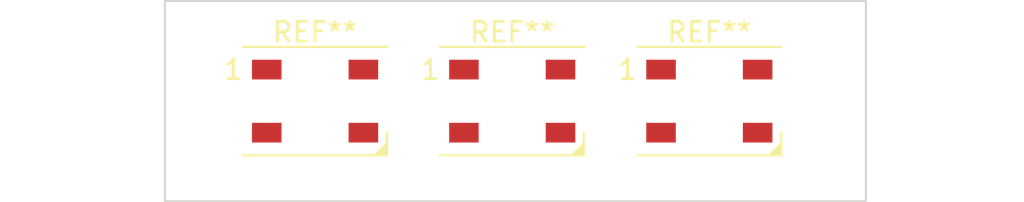
<source format=kicad_pcb>
(kicad_pcb (version 20201002) (generator pcbnew)

  (general
    (thickness 1.6)
  )

  (paper "A4")
  (layers
    (0 "F.Cu" signal)
    (31 "B.Cu" signal)
    (32 "B.Adhes" user "B.Adhesive")
    (33 "F.Adhes" user "F.Adhesive")
    (34 "B.Paste" user)
    (35 "F.Paste" user)
    (36 "B.SilkS" user "B.Silkscreen")
    (37 "F.SilkS" user "F.Silkscreen")
    (38 "B.Mask" user)
    (39 "F.Mask" user)
    (40 "Dwgs.User" user "User.Drawings")
    (41 "Cmts.User" user "User.Comments")
    (42 "Eco1.User" user "User.Eco1")
    (43 "Eco2.User" user "User.Eco2")
    (44 "Edge.Cuts" user)
    (45 "Margin" user)
    (46 "B.CrtYd" user "B.Courtyard")
    (47 "F.CrtYd" user "F.Courtyard")
    (48 "B.Fab" user)
    (49 "F.Fab" user)
    (50 "User.1" user)
    (51 "User.2" user)
    (52 "User.3" user)
    (53 "User.4" user)
    (54 "User.5" user)
    (55 "User.6" user)
    (56 "User.7" user)
    (57 "User.8" user)
    (58 "User.9" user)
  )

  (setup
    (pcbplotparams
      (layerselection 0x00010f0_ffffffff)
      (usegerberextensions false)
      (usegerberattributes false)
      (usegerberadvancedattributes false)
      (creategerberjobfile false)
      (svguseinch false)
      (svgprecision 6)
      (excludeedgelayer true)
      (linewidth 0.100000)
      (plotframeref false)
      (viasonmask false)
      (mode 1)
      (useauxorigin false)
      (hpglpennumber 1)
      (hpglpenspeed 20)
      (hpglpendiameter 15.000000)
      (psnegative false)
      (psa4output false)
      (plotreference false)
      (plotvalue true)
      (plotinvisibletext false)
      (sketchpadsonfab false)
      (subtractmaskfromsilk false)
      (outputformat 1)
      (mirror false)
      (drillshape 0)
      (scaleselection 1)
      (outputdirectory "gerbers/")
    )
  )


  (net 0 "")

  (module "BMEK:LED_WS2812B_PLCC4_5.0x5.0mm_P3.2mm" (layer "F.Cu") (tedit 5EE4D723) (tstamp 02bda587-1d4c-41d2-98a5-b043f0d88f52)
    (at 45.4 25.4)
    (descr "https://cdn-shop.adafruit.com/datasheets/WS2812B.pdf")
    (tags "LED RGB NeoPixel")
    (attr smd)
    (fp_text reference "REF**" (at 0 -3.5) (layer "F.SilkS")
      (effects (font (size 1 1) (thickness 0.15)))
      (tstamp 2bba9fd5-c4ee-4ea2-aa0a-53fda990f7c9)
    )
    (fp_text value "LED_WS2812B_PLCC4_5.0x5.0mm_P3.2mm" (at 0 4) (layer "F.Fab")
      (effects (font (size 1 1) (thickness 0.15)))
      (tstamp f1f0efed-5423-4cf4-8372-b759a013efdc)
    )
    (fp_text user "1" (at -4.15 -1.6) (layer "F.SilkS")
      (effects (font (size 1 1) (thickness 0.15)))
      (tstamp c46a03bb-3c4b-4f9f-bc0d-ded9a477860d)
    )
    (fp_text user "${REFERENCE}" (at 0 0) (layer "F.Fab")
      (effects (font (size 0.8 0.8) (thickness 0.15)))
      (tstamp 7d76f162-122e-456f-a84d-538b5e06366e)
    )
    (fp_line (start -3.65 -2.75) (end 3.65 -2.75) (layer "F.SilkS") (width 0.12) (tstamp 1d7ce2e5-3793-4d6b-9559-dfba9060bb41))
    (fp_line (start 3.65 2.75) (end 3.65 1.6) (layer "F.SilkS") (width 0.12) (tstamp a0b21132-d287-4634-89d1-3233028962dc))
    (fp_line (start -3.65 2.75) (end 3.65 2.75) (layer "F.SilkS") (width 0.12) (tstamp dd6386ea-f733-44cc-a066-3242040651d1))
    (fp_poly (pts (xy 3.6322 2.7432)
      (xy 3.0226 2.7432)
      (xy 3.6322 2.1336)) (layer "F.SilkS") (width 0.1) (tstamp f2bf7a46-5632-452e-ad79-3f6f454655d6))
    (fp_line (start 3.45 2.75) (end 3.45 -2.75) (layer "F.CrtYd") (width 0.05) (tstamp 0e621dcd-e305-4cb6-80c6-c2a537cbeaca))
    (fp_line (start -3.45 2.75) (end 3.45 2.75) (layer "F.CrtYd") (width 0.05) (tstamp 1f86489d-020e-4036-a047-57ac7ae94903))
    (fp_line (start 3.45 -2.75) (end -3.45 -2.75) (layer "F.CrtYd") (width 0.05) (tstamp 9619eb4b-1e55-49c9-b0e5-1683091ceac1))
    (fp_line (start -3.45 -2.75) (end -3.45 2.75) (layer "F.CrtYd") (width 0.05) (tstamp cd5067db-474e-4ec9-8151-b5e00020ac58))
    (fp_line (start 2.5 1.5) (end 1.5 2.5) (layer "F.Fab") (width 0.1) (tstamp 128808f7-7ee9-4935-a60a-3ce74072b505))
    (fp_line (start 2.5 -2.5) (end -2.5 -2.5) (layer "F.Fab") (width 0.1) (tstamp 810be7cc-3d33-459e-b9ab-910ea648c728))
    (fp_line (start -2.5 2.5) (end 2.5 2.5) (layer "F.Fab") (width 0.1) (tstamp aeff01df-1345-430d-917c-9ccf50df149a))
    (fp_line (start -2.5 -2.5) (end -2.5 2.5) (layer "F.Fab") (width 0.1) (tstamp cc15fb1c-01c0-4298-a686-336fb4ef4c24))
    (fp_line (start 2.5 2.5) (end 2.5 -2.5) (layer "F.Fab") (width 0.1) (tstamp d0ab93f2-7d7d-49f4-afe4-ebfd59f06c3f))
    (fp_circle (center 0 0) (end 0 -2) (layer "F.Fab") (width 0.1) (tstamp 442cc496-b19f-40dc-ae1b-8977a73f5730))
    (pad "1" smd rect (at -2.45 -1.6) (size 1.5 1) (layers "F.Cu" "F.Paste" "F.Mask") (tstamp bee5cb22-b44a-4422-90e5-cf9eb871450b))
    (pad "2" smd rect (at -2.45 1.6) (size 1.5 1) (layers "F.Cu" "F.Paste" "F.Mask") (tstamp 777d601f-a98e-45ec-a31c-924eee6a4e7b))
    (pad "3" smd rect (at 2.45 1.6) (size 1.5 1) (layers "F.Cu" "F.Paste" "F.Mask") (tstamp 26c61646-2776-4c08-a044-4459f87b9893))
    (pad "4" smd rect (at 2.45 -1.6) (size 1.5 1) (layers "F.Cu" "F.Paste" "F.Mask") (tstamp 56d4616d-e2dc-4547-8f7e-b23aa63ced45))
    (model "${KISYS3DMOD}/LED_SMD.3dshapes/LED_WS2812B_PLCC4_5.0x5.0mm_P3.2mm.wrl"
      (offset (xyz 0 0 0))
      (scale (xyz 1 1 1))
      (rotate (xyz 0 0 0))
    )
  )

  (module "BMEK:LED_WS2812B_PLCC4_5.0x5.0mm_P3.2mm" (layer "F.Cu") (tedit 5EE4D723) (tstamp 386f0d42-5bf3-40e5-8950-b5849dbd8fb0)
    (at 35.4 25.4)
    (descr "https://cdn-shop.adafruit.com/datasheets/WS2812B.pdf")
    (tags "LED RGB NeoPixel")
    (attr smd)
    (fp_text reference "REF**" (at 0 -3.5) (layer "F.SilkS")
      (effects (font (size 1 1) (thickness 0.15)))
      (tstamp 4beedac5-8b1a-420a-9f0c-e00eab45050e)
    )
    (fp_text value "LED_WS2812B_PLCC4_5.0x5.0mm_P3.2mm" (at 0 4) (layer "F.Fab")
      (effects (font (size 1 1) (thickness 0.15)))
      (tstamp 37cdf687-fb04-40df-afb3-5c1ce9068be0)
    )
    (fp_text user "1" (at -4.15 -1.6) (layer "F.SilkS")
      (effects (font (size 1 1) (thickness 0.15)))
      (tstamp c2a524d6-1f7b-4f95-84dc-8f29af4781ee)
    )
    (fp_text user "${REFERENCE}" (at 0 0) (layer "F.Fab")
      (effects (font (size 0.8 0.8) (thickness 0.15)))
      (tstamp 41b71bfe-0766-485f-8122-279a24ea0515)
    )
    (fp_line (start -3.65 2.75) (end 3.65 2.75) (layer "F.SilkS") (width 0.12) (tstamp 01c7bded-da6b-4191-9dfb-ee830f4f3f1f))
    (fp_line (start -3.65 -2.75) (end 3.65 -2.75) (layer "F.SilkS") (width 0.12) (tstamp c39ef8da-3390-4a26-ac4c-8eda79659908))
    (fp_line (start 3.65 2.75) (end 3.65 1.6) (layer "F.SilkS") (width 0.12) (tstamp d880f00c-7144-4ea2-8eac-d07ca5be6fad))
    (fp_poly (pts (xy 3.6322 2.7432)
      (xy 3.0226 2.7432)
      (xy 3.6322 2.1336)) (layer "F.SilkS") (width 0.1) (tstamp 0061df21-1d68-481d-8c45-b5264dfcf51e))
    (fp_line (start 3.45 2.75) (end 3.45 -2.75) (layer "F.CrtYd") (width 0.05) (tstamp 18e81fdc-e02b-48ac-bae6-f9d63099e64d))
    (fp_line (start -3.45 2.75) (end 3.45 2.75) (layer "F.CrtYd") (width 0.05) (tstamp 48821054-8cac-4379-8119-d5b826e92d99))
    (fp_line (start -3.45 -2.75) (end -3.45 2.75) (layer "F.CrtYd") (width 0.05) (tstamp 7969badb-ec1f-42bb-b86c-1a85dc940bc4))
    (fp_line (start 3.45 -2.75) (end -3.45 -2.75) (layer "F.CrtYd") (width 0.05) (tstamp 9a70f658-55e0-445f-b52a-6d3f0f81638f))
    (fp_line (start -2.5 2.5) (end 2.5 2.5) (layer "F.Fab") (width 0.1) (tstamp 18e32a51-72fc-42a5-bddf-d110bf25106a))
    (fp_line (start 2.5 -2.5) (end -2.5 -2.5) (layer "F.Fab") (width 0.1) (tstamp 6dbfa6cc-cd75-4d4b-93ea-1f4dce93d738))
    (fp_line (start -2.5 -2.5) (end -2.5 2.5) (layer "F.Fab") (width 0.1) (tstamp 8fbb7c55-2565-4021-ac9e-a3ccb0deb4ea))
    (fp_line (start 2.5 2.5) (end 2.5 -2.5) (layer "F.Fab") (width 0.1) (tstamp ef03b13c-2320-4844-8e42-3948dd32a778))
    (fp_line (start 2.5 1.5) (end 1.5 2.5) (layer "F.Fab") (width 0.1) (tstamp fc92a136-5006-4073-b20e-9df9ca7c8f42))
    (fp_circle (center 0 0) (end 0 -2) (layer "F.Fab") (width 0.1) (tstamp 8ec32454-a801-4996-8529-6ef5a42793c3))
    (pad "1" smd rect (at -2.45 -1.6) (size 1.5 1) (layers "F.Cu" "F.Paste" "F.Mask") (tstamp f3a84e10-86a8-4365-bde6-81f6609f2cad))
    (pad "2" smd rect (at -2.45 1.6) (size 1.5 1) (layers "F.Cu" "F.Paste" "F.Mask") (tstamp 17053de0-df4c-4580-8c1c-dda679be319a))
    (pad "3" smd rect (at 2.45 1.6) (size 1.5 1) (layers "F.Cu" "F.Paste" "F.Mask") (tstamp 9970f7fe-d4ef-4752-8463-98168c27223e))
    (pad "4" smd rect (at 2.45 -1.6) (size 1.5 1) (layers "F.Cu" "F.Paste" "F.Mask") (tstamp 7bec61fd-081d-4fe3-a6da-b8ce280aa29e))
    (model "${KISYS3DMOD}/LED_SMD.3dshapes/LED_WS2812B_PLCC4_5.0x5.0mm_P3.2mm.wrl"
      (offset (xyz 0 0 0))
      (scale (xyz 1 1 1))
      (rotate (xyz 0 0 0))
    )
  )

  (module "BMEK:LED_WS2812B_PLCC4_5.0x5.0mm_P3.2mm" (layer "F.Cu") (tedit 5EE4D723) (tstamp 8024fc74-cb84-4322-819e-49b5a9f8557e)
    (at 25.4 25.4)
    (descr "https://cdn-shop.adafruit.com/datasheets/WS2812B.pdf")
    (tags "LED RGB NeoPixel")
    (attr smd)
    (fp_text reference "REF**" (at 0 -3.5) (layer "F.SilkS")
      (effects (font (size 1 1) (thickness 0.15)))
      (tstamp ca1ec29f-82e9-4efb-a4f0-1ac9c9ec9ce6)
    )
    (fp_text value "LED_WS2812B_PLCC4_5.0x5.0mm_P3.2mm" (at 0 4) (layer "F.Fab")
      (effects (font (size 1 1) (thickness 0.15)))
      (tstamp 4ce397df-bf29-4339-b9ea-53002e36c1a0)
    )
    (fp_text user "1" (at -4.15 -1.6) (layer "F.SilkS")
      (effects (font (size 1 1) (thickness 0.15)))
      (tstamp da86b7df-44da-4883-956b-79997e317487)
    )
    (fp_text user "${REFERENCE}" (at 0 0) (layer "F.Fab")
      (effects (font (size 0.8 0.8) (thickness 0.15)))
      (tstamp ca13e186-f59d-4b20-beab-35afee4139fe)
    )
    (fp_line (start -3.65 -2.75) (end 3.65 -2.75) (layer "F.SilkS") (width 0.12) (tstamp ae5df163-14aa-49bf-991b-75b26395bd56))
    (fp_line (start 3.65 2.75) (end 3.65 1.6) (layer "F.SilkS") (width 0.12) (tstamp bffca69b-8f72-4665-825c-f0116388315e))
    (fp_line (start -3.65 2.75) (end 3.65 2.75) (layer "F.SilkS") (width 0.12) (tstamp c047f951-332b-49d2-9877-42b3f9030fce))
    (fp_poly (pts (xy 3.6322 2.7432)
      (xy 3.0226 2.7432)
      (xy 3.6322 2.1336)) (layer "F.SilkS") (width 0.1) (tstamp 7aae32e3-2a12-4467-bcbd-1e14e5bbe89b))
    (fp_line (start -3.45 -2.75) (end -3.45 2.75) (layer "F.CrtYd") (width 0.05) (tstamp 3d9754ee-03f0-41d4-870a-e40d764af944))
    (fp_line (start -3.45 2.75) (end 3.45 2.75) (layer "F.CrtYd") (width 0.05) (tstamp 8704f4d5-0d23-409d-9d02-ef3dbf559081))
    (fp_line (start 3.45 2.75) (end 3.45 -2.75) (layer "F.CrtYd") (width 0.05) (tstamp 87bbb32c-319c-488b-a0c5-29c5c77a7dce))
    (fp_line (start 3.45 -2.75) (end -3.45 -2.75) (layer "F.CrtYd") (width 0.05) (tstamp fa76b671-6d10-4955-b521-03f327c7c8a3))
    (fp_line (start -2.5 -2.5) (end -2.5 2.5) (layer "F.Fab") (width 0.1) (tstamp 0ee8e29b-9df7-47af-b31a-4eb9df3857e0))
    (fp_line (start -2.5 2.5) (end 2.5 2.5) (layer "F.Fab") (width 0.1) (tstamp 1493fbd1-3518-4995-9543-af74062a5c7c))
    (fp_line (start 2.5 1.5) (end 1.5 2.5) (layer "F.Fab") (width 0.1) (tstamp 2cbd514c-1aa7-4bf7-9ff1-563902f3709a))
    (fp_line (start 2.5 2.5) (end 2.5 -2.5) (layer "F.Fab") (width 0.1) (tstamp b38dca5b-1bd7-448c-bf98-85b293aeaa30))
    (fp_line (start 2.5 -2.5) (end -2.5 -2.5) (layer "F.Fab") (width 0.1) (tstamp c8753f2e-041c-4757-a502-650ccd6bc7ad))
    (fp_circle (center 0 0) (end 0 -2) (layer "F.Fab") (width 0.1) (tstamp 5d6b9593-a931-4373-854a-e6e1153786f1))
    (pad "1" smd rect (at -2.45 -1.6) (size 1.5 1) (layers "F.Cu" "F.Paste" "F.Mask") (tstamp d977fc8e-f430-44f8-ab3f-fa3fb8174028))
    (pad "2" smd rect (at -2.45 1.6) (size 1.5 1) (layers "F.Cu" "F.Paste" "F.Mask") (tstamp 7a39fdf8-04ee-46d3-b299-e7bff88cc429))
    (pad "3" smd rect (at 2.45 1.6) (size 1.5 1) (layers "F.Cu" "F.Paste" "F.Mask") (tstamp b1a5a657-5f63-4df0-aa13-fabaa5a6aa04))
    (pad "4" smd rect (at 2.45 -1.6) (size 1.5 1) (layers "F.Cu" "F.Paste" "F.Mask") (tstamp befabd5b-3583-4870-8ae8-0a5a9229af80))
    (model "${KISYS3DMOD}/LED_SMD.3dshapes/LED_WS2812B_PLCC4_5.0x5.0mm_P3.2mm.wrl"
      (offset (xyz 0 0 0))
      (scale (xyz 1 1 1))
      (rotate (xyz 0 0 0))
    )
  )

  (gr_rect (start 17.78 20.32) (end 53.34 30.48) (layer "Edge.Cuts") (width 0.1) (tstamp 4fa94c7c-a166-4b29-aa7a-4f0e3ff6f2de))

)

</source>
